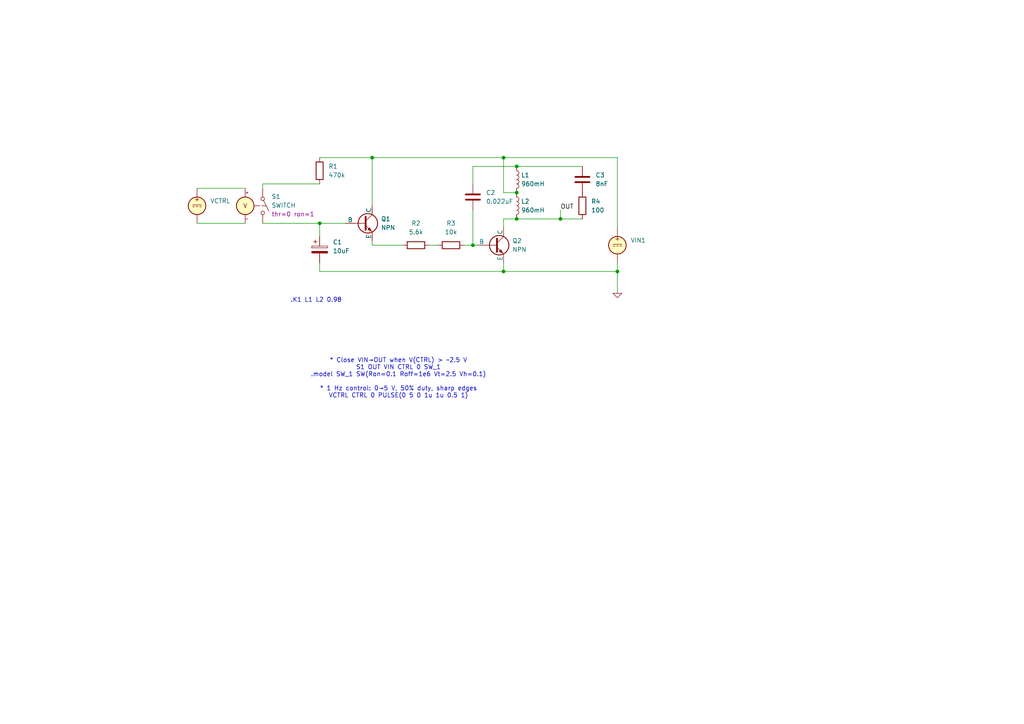
<source format=kicad_sch>
(kicad_sch (version 20250114) (generator "eeschema") (generator_version "9.0")
  (paper "A4")
  (lib_symbols
    (symbol "Device:C" (pin_numbers (hide yes)) (pin_names (offset 0.254))
      (property "Reference" "C" (at 0.635 2.54 0))
      (property "Value" "C" (at 0.635 -2.54 0))
      (symbol "C_0_1"
        (polyline (pts (xy -2.032 0.762) (xy 2.032 0.762)) (stroke (width 0.508)))
        (polyline (pts (xy -2.032 -0.762) (xy 2.032 -0.762)) (stroke (width 0.508)))
      )
      (symbol "C_1_1"
        (pin passive line (at 0 3.81 270) (length 2.794) (name "~") (number "1"))
        (pin passive line (at 0 -3.81 90) (length 2.794) (name "~") (number "2"))
      )
    )
    (symbol "Device:C_Polarized" (pin_numbers (hide yes)) (pin_names (offset 0.254))
      (property "Reference" "C" (at 0.635 2.54 0))
      (property "Value" "C_Polarized" (at 0.635 -2.54 0))
      (symbol "C_Polarized_0_1"
        (rectangle (start -2.286 0.508) (end 2.286 1.016))
        (polyline (pts (xy -1.778 2.286) (xy -0.762 2.286)))
        (polyline (pts (xy -1.27 2.794) (xy -1.27 1.778)))
        (rectangle (start 2.286 -0.508) (end -2.286 -1.016) (fill (type outline)))
      )
      (symbol "C_Polarized_1_1"
        (pin passive line (at 0 3.81 270) (length 2.794) (name "~") (number "1"))
        (pin passive line (at 0 -3.81 90) (length 2.794) (name "~") (number "2"))
      )
    )
    (symbol "Device:L" (pin_numbers (hide yes)) (pin_names (offset 1.016) (hide yes))
      (property "Reference" "L" (at -1.27 0 90))
      (property "Value" "L" (at 1.905 0 90))
      (symbol "L_0_1"
        (arc (start 0 2.54) (mid 0.6323 1.905) (end 0 1.27))
        (arc (start 0 1.27) (mid 0.6323 0.635) (end 0 0))
        (arc (start 0 0) (mid 0.6323 -0.635) (end 0 -1.27))
        (arc (start 0 -1.27) (mid 0.6323 -1.905) (end 0 -2.54))
      )
      (symbol "L_1_1"
        (pin passive line (at 0 3.81 270) (length 1.27) (name "1") (number "1"))
        (pin passive line (at 0 -3.81 90) (length 1.27) (name "2") (number "2"))
      )
    )
    (symbol "Device:R" (pin_numbers (hide yes)) (pin_names (offset 0))
      (property "Reference" "R" (at 2.032 0 90))
      (property "Value" "R" (at 0 0 90))
      (symbol "R_0_1"
        (rectangle (start -1.016 -2.54) (end 1.016 2.54) (stroke (width 0.254)))
      )
      (symbol "R_1_1"
        (pin passive line (at 0 3.81 270) (length 1.27) (name "~") (number "1"))
        (pin passive line (at 0 -3.81 90) (length 1.27) (name "~") (number "2"))
      )
    )
    (symbol "Simulation_SPICE:0" (power) (pin_numbers (hide yes)) (pin_names (offset 0) (hide yes))
      (property "Value" "0" (at 0 -2.54 0))
      (symbol "0_0_1"
        (polyline (pts (xy -1.27 0) (xy 0 -1.27) (xy 1.27 0) (xy -1.27 0)))
      )
      (symbol "0_1_1"
        (pin power_in line (at 0 0 0) (length 0) (name "~") (number "1"))
      )
    )
    (symbol "Simulation_SPICE:NPN" (pin_numbers (hide yes)) (pin_names (offset 0))
      (property "Reference" "Q" (at -2.54 7.62 0))
      (property "Value" "NPN" (at -2.54 5.08 0))
      (symbol "NPN_0_1"
        (polyline (pts (xy -2.54 0) (xy 0.635 0)) (stroke (width 0.1524)))
        (polyline (pts (xy 0.635 1.905) (xy 0.635 -1.905) (xy 0.635 -1.905)) (stroke (width 0.508)))
        (polyline (pts (xy 0.635 0.635) (xy 2.54 2.54)))
        (polyline (pts (xy 0.635 -0.635) (xy 2.54 -2.54) (xy 2.54 -2.54)))
        (circle (center 1.27 0) (radius 2.8194) (stroke (width 0.254)))
        (polyline (pts (xy 1.27 -1.778) (xy 1.778 -1.27) (xy 2.286 -2.286) (xy 1.27 -1.778) (xy 1.27 -1.778)) (fill (type outline)))
        (polyline (pts (xy 2.794 -1.27) (xy 2.794 -1.27)) (stroke (width 0.1524)))
        (polyline (pts (xy 2.794 -1.27) (xy 2.794 -1.27)) (stroke (width 0.1524)))
      )
      (symbol "NPN_1_1"
        (pin input line (at -5.08 0 0) (length 2.54) (name "B") (number "2"))
        (pin open_collector line (at 2.54 5.08 270) (length 2.54) (name "C") (number "1"))
        (pin open_emitter line (at 2.54 -5.08 90) (length 2.54) (name "E") (number "3"))
      )
    )
    (symbol "Simulation_SPICE:SWITCH" (pin_numbers (hide yes)) (pin_names (offset 1.016) (hide yes))
      (property "Reference" "S" (at 2.54 2.54 0))
      (property "Value" "SWITCH" (at 2.54 0 0))
      (property "Sim.Params" "thr=0 ron=1" (at 2.54 -2.54 0))
      (symbol "SWITCH_0_1"
        (circle (center 0 2.032) (radius 0.508))
        (circle (center 0 -2.032) (radius 0.508))
        (polyline (pts (xy 0.254 1.524) (xy 1.778 -1.524)))
      )
      (symbol "SWITCH_1_1"
        (circle (center -5.08 0) (radius 2.54) (stroke (width 0.254)) (fill (type background)))
        (polyline (pts (xy -4.826 3.81) (xy -4.318 3.81)))
        (polyline (pts (xy -4.826 -3.81) (xy -4.318 -3.81)))
        (polyline (pts (xy -4.572 4.064) (xy -4.572 3.556)))
        (polyline (pts (xy -2.54 0) (xy 0.889 0)) (stroke (width 0) (type dash)))
        (text "V" (at -5.08 0 0) (effects (font (size 1.27 1.27))))
        (pin input line (at -5.08 5.08 270) (length 2.54) (name "C+") (number "3"))
        (pin input line (at -5.08 -5.08 90) (length 2.54) (name "C-") (number "4"))
        (pin passive line (at 0 5.08 270) (length 2.54) (name "N+") (number "1"))
        (pin passive line (at 0 -5.08 90) (length 2.54) (name "N-") (number "2"))
      )
    )
    (symbol "Simulation_SPICE:VDC" (pin_numbers (hide yes)) (pin_names (offset 0.0254))
      (property "Reference" "V" (at 2.54 2.54 0))
      (property "Value" "1" (at 2.54 0 0))
      (symbol "VDC_0_0"
        (polyline (pts (xy -1.27 0.254) (xy 1.27 0.254)))
        (polyline (pts (xy -0.762 -0.254) (xy -1.27 -0.254)))
        (polyline (pts (xy 0.254 -0.254) (xy -0.254 -0.254)))
        (polyline (pts (xy 1.27 -0.254) (xy 0.762 -0.254)))
        (text "+" (at 0 1.905 0) (effects (font (size 1.27 1.27))))
      )
      (symbol "VDC_0_1"
        (circle (center 0 0) (radius 2.54) (stroke (width 0.254)) (fill (type background)))
      )
      (symbol "VDC_1_1"
        (pin passive line (at 0 5.08 270) (length 2.54) (name "~") (number "1"))
        (pin passive line (at 0 -5.08 90) (length 2.54) (name "~") (number "2"))
      )
    )
  )
  (text "* Close VIN→OUT when V(CTRL) > ~2.5 V\nS1 OUT VIN CTRL 0 SW_1\n.model SW_1 SW(Ron=0.1 Roff=1e6 Vt=2.5 Vh=0.1)\n\n* 1 Hz control: 0→5 V, 50% duty, sharp edges\nVCTRL CTRL 0 PULSE(0 5 0 1u 1u 0.5 1)\n" (at 115.57 109.728 0) (effects (font (size 1.27 1.27))))
  (text ".K1 L1 L2 0.98" (at 91.694 87.122 0) (effects (font (size 1.27 1.27))))
  (junction (at 149.86 63.5))
  (junction (at 149.86 55.88))
  (junction (at 179.07 78.74))
  (junction (at 146.05 78.74))
  (junction (at 137.16 71.12))
  (junction (at 149.86 48.26))
  (junction (at 162.56 63.5))
  (junction (at 146.05 45.72))
  (junction (at 107.95 45.72))
  (junction (at 92.71 64.77))
  (wire (pts (xy 57.15 64.77) (xy 71.12 64.77)))
  (wire (pts (xy 179.07 45.72) (xy 179.07 66.04)))
  (wire (pts (xy 146.05 45.72) (xy 179.07 45.72)))
  (wire (pts (xy 137.16 60.96) (xy 137.16 71.12)))
  (wire (pts (xy 137.16 53.34) (xy 137.16 48.26)))
  (wire (pts (xy 92.71 64.77) (xy 92.71 68.58)))
  (wire (pts (xy 162.56 60.96) (xy 162.56 63.5)))
  (wire (pts (xy 116.84 71.12) (xy 107.95 71.12)))
  (wire (pts (xy 124.46 71.12) (xy 127 71.12)))
  (wire (pts (xy 76.2 64.77) (xy 92.71 64.77)))
  (wire (pts (xy 92.71 53.34) (xy 76.2 53.34)))
  (wire (pts (xy 107.95 45.72) (xy 107.95 59.69)))
  (wire (pts (xy 146.05 76.2) (xy 146.05 78.74)))
  (wire (pts (xy 149.86 48.26) (xy 168.91 48.26)))
  (wire (pts (xy 146.05 78.74) (xy 92.71 78.74)))
  (wire (pts (xy 179.07 78.74) (xy 179.07 85.09)))
  (wire (pts (xy 146.05 45.72) (xy 146.05 55.88)))
  (wire (pts (xy 137.16 71.12) (xy 138.43 71.12)))
  (wire (pts (xy 149.86 63.5) (xy 146.05 63.5)))
  (wire (pts (xy 134.62 71.12) (xy 137.16 71.12)))
  (wire (pts (xy 107.95 71.12) (xy 107.95 69.85)))
  (wire (pts (xy 107.95 45.72) (xy 146.05 45.72)))
  (wire (pts (xy 137.16 48.26) (xy 149.86 48.26)))
  (wire (pts (xy 149.86 63.5) (xy 162.56 63.5)))
  (wire (pts (xy 179.07 78.74) (xy 146.05 78.74)))
  (wire (pts (xy 146.05 63.5) (xy 146.05 66.04)))
  (wire (pts (xy 162.56 63.5) (xy 168.91 63.5)))
  (wire (pts (xy 92.71 64.77) (xy 100.33 64.77)))
  (wire (pts (xy 76.2 53.34) (xy 76.2 54.61)))
  (wire (pts (xy 92.71 45.72) (xy 107.95 45.72)))
  (wire (pts (xy 57.15 54.61) (xy 71.12 54.61)))
  (wire (pts (xy 179.07 76.2) (xy 179.07 78.74)))
  (wire (pts (xy 92.71 76.2) (xy 92.71 78.74)))
  (wire (pts (xy 149.86 55.88) (xy 146.05 55.88)))
  (label "OUT" (at 162.56 60.96 0))
  (symbol (lib_id "Device:C") (at 168.91 52.07 0) (unit 1)
    (property "Reference" "C3" (at 172.72 50.7999 0) (effects (justify left)))
    (property "Value" "8nF" (at 172.72 53.3399 0) (effects (justify left)))
    (property "Description" "Unpolarized capacitor" (effects (hide yes)))
  )
  (symbol (lib_id "Device:L") (at 149.86 59.69 0) (unit 1)
    (property "Reference" "L2" (at 151.13 58.4199 0) (effects (justify left)))
    (property "Value" "960mH" (at 151.13 60.9599 0) (effects (justify left)))
    (property "Description" "Inductor" (effects (hide yes)))
  )
  (symbol (lib_id "Device:R") (at 120.65 71.12 270) (unit 1)
    (property "Reference" "R2" (at 120.65 64.77 90))
    (property "Value" "5.6k" (at 120.65 67.31 90))
    (property "Description" "Resistor" (effects (hide yes)))
  )
  (symbol (lib_id "Device:C") (at 137.16 57.15 0) (unit 1)
    (property "Reference" "C2" (at 140.97 55.8799 0) (effects (justify left)))
    (property "Value" "0.022uF" (at 140.97 58.4199 0) (effects (justify left)))
    (property "Description" "Unpolarized capacitor" (effects (hide yes)))
  )
  (symbol (lib_id "Device:L") (at 149.86 52.07 0) (unit 1)
    (property "Reference" "L1" (at 151.13 50.7999 0) (effects (justify left)))
    (property "Value" "960mH" (at 151.13 53.3399 0) (effects (justify left)))
    (property "Description" "Inductor" (effects (hide yes)))
  )
  (symbol (lib_id "Device:R") (at 92.71 49.53 180) (unit 1)
    (property "Reference" "R1" (at 95.25 48.2599 0) (effects (justify right)))
    (property "Value" "470k" (at 95.25 50.7999 0) (effects (justify right)))
    (property "Description" "Resistor" (effects (hide yes)))
  )
  (symbol (lib_id "Device:C_Polarized") (at 92.71 72.39 0) (unit 1)
    (property "Reference" "C1" (at 96.52 70.2309 0) (effects (justify left)))
    (property "Value" "10uF" (at 96.52 72.7709 0) (effects (justify left)))
    (property "Description" "Polarized capacitor" (effects (hide yes)))
  )
  (symbol (lib_id "Simulation_SPICE:NPN") (at 105.41 64.77 0) (unit 1)
    (property "Reference" "Q1" (at 110.49 63.4999 0) (effects (justify left)))
    (property "Value" "NPN" (at 110.49 66.0399 0) (effects (justify left)))
    (property "Datasheet" "https://ngspice.sourceforge.io/docs/ngspice-html-manual/manual.xhtml#cha_BJTs" (effects (hide yes)))
    (property "Description" "Bipolar transistor symbol for simulation only, substrate tied to the emitter" (effects (hide yes)))
    (property "Sim.Device" "NPN" (effects (hide yes)))
    (property "Sim.Type" "GUMMELPOON" (effects (hide yes)))
    (property "Sim.Pins" "1=C 2=B 3=E" (effects (hide yes)))
  )
  (symbol (lib_id "Device:R") (at 168.91 59.69 0) (unit 1)
    (property "Reference" "R4" (at 171.45 58.4199 0) (effects (justify left)))
    (property "Value" "100" (at 171.45 60.9599 0) (effects (justify left)))
    (property "Description" "Resistor" (effects (hide yes)))
  )
  (symbol (lib_id "Simulation_SPICE:0") (at 179.07 85.09 0) (unit 1)
    (property "Reference" "#GND01" (effects (hide yes)))
    (property "Value" "0" (effects (hide yes)))
    (property "Datasheet" "https://ngspice.sourceforge.io/docs/ngspice-html-manual/manual.xhtml#subsec_Circuit_elements__device" (effects (hide yes)))
    (property "Description" "0V reference potential for simulation" (effects (hide yes)))
  )
  (symbol (lib_id "Simulation_SPICE:SWITCH") (at 76.2 59.69 0) (unit 1)
    (property "Reference" "S1" (at 78.74 57.0229 0) (effects (justify left)))
    (property "Value" "SWITCH" (at 78.74 59.5629 0) (effects (justify left)))
    (property "Datasheet" "https://ngspice.sourceforge.io/docs/ngspice-html-manual/manual.xhtml#subsec_Switches" (effects (hide yes)))
    (property "Description" "Voltage controlled switch symbol for simulation only" (effects (hide yes)))
    (property "Sim.Device" "SW" (effects (hide yes)))
    (property "Sim.Type" "V" (effects (hide yes)))
    (property "Sim.Params" "thr=0 ron=1" (at 78.74 62.1029 0) (effects (justify left)))
    (property "Sim.Pins" "1=no+ 2=no- 3=ctrl+ 4=ctrl-" (effects (hide yes)))
  )
  (symbol (lib_id "Device:R") (at 130.81 71.12 270) (unit 1)
    (property "Reference" "R3" (at 130.81 64.77 90))
    (property "Value" "10k" (at 130.81 67.31 90))
    (property "Description" "Resistor" (effects (hide yes)))
  )
  (symbol (lib_id "Simulation_SPICE:VDC") (at 179.07 71.12 0) (unit 1)
    (property "Reference" "VIN1" (at 182.88 69.7201 0) (effects (justify left)))
    (property "Value" "1.5" (effects (hide yes)))
    (property "Datasheet" "https://ngspice.sourceforge.io/docs/ngspice-html-manual/manual.xhtml#sec_Independent_Sources_for" (effects (hide yes)))
    (property "Description" "Voltage source, DC" (effects (hide yes)))
    (property "Sim.Pins" "1=+ 2=-" (effects (hide yes)))
    (property "Sim.Type" "DC" (effects (hide yes)))
    (property "Sim.Device" "V" (effects (hide yes)))
  )
  (symbol (lib_id "Simulation_SPICE:VDC") (at 57.15 59.69 0) (unit 1)
    (property "Reference" "VCTRL" (at 60.96 58.2901 0) (effects (justify left)))
    (property "Value" "${SIM.PARAMS}" (effects (hide yes)))
    (property "Datasheet" "https://ngspice.sourceforge.io/docs/ngspice-html-manual/manual.xhtml#sec_Independent_Sources_for" (effects (hide yes)))
    (property "Description" "Voltage source, DC" (effects (hide yes)))
    (property "Sim.Pins" "1=+ 2=-" (effects (hide yes)))
    (property "Sim.Type" "PULSE" (effects (hide yes)))
    (property "Sim.Device" "V" (effects (hide yes)))
    (property "Sim.Params" "y1=-5 y2=5 td=0 tr=1u tf=1u tw=0.5 per=1 np=5" (effects (hide yes)))
  )
  (symbol (lib_id "Simulation_SPICE:NPN") (at 143.51 71.12 0) (unit 1)
    (property "Reference" "Q2" (at 148.59 69.8499 0) (effects (justify left)))
    (property "Value" "NPN" (at 148.59 72.3899 0) (effects (justify left)))
    (property "Datasheet" "https://ngspice.sourceforge.io/docs/ngspice-html-manual/manual.xhtml#cha_BJTs" (effects (hide yes)))
    (property "Description" "Bipolar transistor symbol for simulation only, substrate tied to the emitter" (effects (hide yes)))
    (property "Sim.Device" "NPN" (effects (hide yes)))
    (property "Sim.Type" "GUMMELPOON" (effects (hide yes)))
    (property "Sim.Pins" "1=C 2=B 3=E" (effects (hide yes)))
  )
)
</source>
